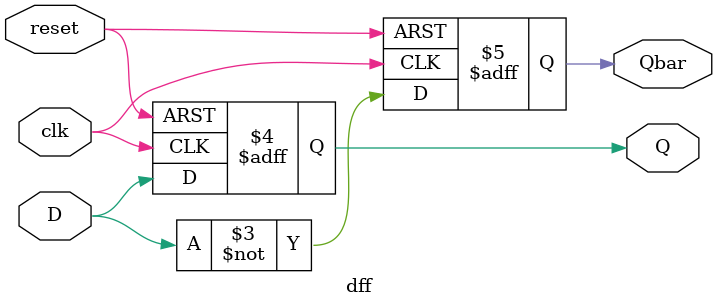
<source format=v>

module dff (D, clk, reset, Q, Qbar);
    input wire D, clk, reset;
    output reg Q, Qbar;

    always @(posedge clk or negedge reset) begin
        if (!reset) begin
            Q <= 0;
            Qbar <= 1;
        end else begin
            Q <= D;
            Qbar <= ~D;
        end
    end
endmodule
</source>
